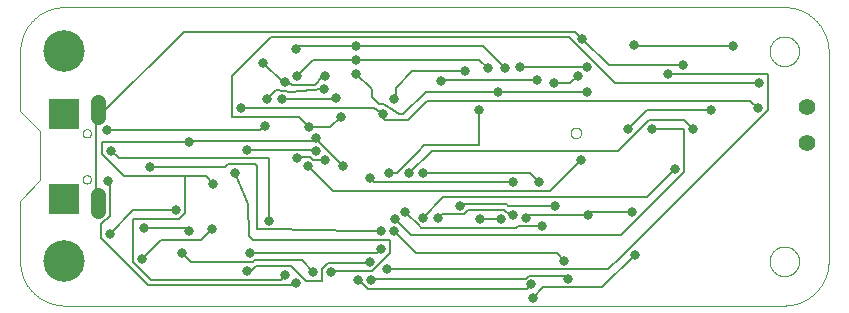
<source format=gbl>
G75*
%MOIN*%
%OFA0B0*%
%FSLAX25Y25*%
%IPPOS*%
%LPD*%
%AMOC8*
5,1,8,0,0,1.08239X$1,22.5*
%
%ADD10C,0.00000*%
%ADD11C,0.13843*%
%ADD12R,0.09843X0.09843*%
%ADD13C,0.05150*%
%ADD14C,0.05543*%
%ADD15C,0.00800*%
%ADD16C,0.03150*%
%ADD17C,0.00600*%
D10*
X0059095Y0057209D02*
X0299095Y0057209D01*
X0299451Y0057213D01*
X0299806Y0057226D01*
X0300162Y0057248D01*
X0300516Y0057278D01*
X0300870Y0057316D01*
X0301222Y0057364D01*
X0301574Y0057419D01*
X0301924Y0057483D01*
X0302272Y0057556D01*
X0302619Y0057637D01*
X0302963Y0057726D01*
X0303305Y0057824D01*
X0303645Y0057930D01*
X0303982Y0058044D01*
X0304316Y0058166D01*
X0304647Y0058296D01*
X0304975Y0058434D01*
X0305300Y0058580D01*
X0305621Y0058734D01*
X0305938Y0058896D01*
X0306251Y0059065D01*
X0306559Y0059241D01*
X0306864Y0059425D01*
X0307164Y0059617D01*
X0307459Y0059815D01*
X0307750Y0060021D01*
X0308035Y0060234D01*
X0308315Y0060453D01*
X0308590Y0060679D01*
X0308859Y0060912D01*
X0309122Y0061151D01*
X0309380Y0061397D01*
X0309631Y0061648D01*
X0309877Y0061906D01*
X0310116Y0062169D01*
X0310349Y0062438D01*
X0310575Y0062713D01*
X0310794Y0062993D01*
X0311007Y0063278D01*
X0311213Y0063569D01*
X0311411Y0063864D01*
X0311603Y0064164D01*
X0311787Y0064469D01*
X0311963Y0064777D01*
X0312132Y0065090D01*
X0312294Y0065407D01*
X0312448Y0065728D01*
X0312594Y0066053D01*
X0312732Y0066381D01*
X0312862Y0066712D01*
X0312984Y0067046D01*
X0313098Y0067383D01*
X0313204Y0067723D01*
X0313302Y0068065D01*
X0313391Y0068409D01*
X0313472Y0068756D01*
X0313545Y0069104D01*
X0313609Y0069454D01*
X0313664Y0069806D01*
X0313712Y0070158D01*
X0313750Y0070512D01*
X0313780Y0070866D01*
X0313802Y0071222D01*
X0313815Y0071577D01*
X0313819Y0071933D01*
X0313820Y0071933D02*
X0313820Y0141933D01*
X0313819Y0141933D02*
X0313815Y0142289D01*
X0313802Y0142644D01*
X0313780Y0143000D01*
X0313750Y0143354D01*
X0313712Y0143708D01*
X0313664Y0144060D01*
X0313609Y0144412D01*
X0313545Y0144762D01*
X0313472Y0145110D01*
X0313391Y0145457D01*
X0313302Y0145801D01*
X0313204Y0146143D01*
X0313098Y0146483D01*
X0312984Y0146820D01*
X0312862Y0147154D01*
X0312732Y0147485D01*
X0312594Y0147813D01*
X0312448Y0148138D01*
X0312294Y0148459D01*
X0312132Y0148776D01*
X0311963Y0149089D01*
X0311787Y0149397D01*
X0311603Y0149702D01*
X0311411Y0150002D01*
X0311213Y0150297D01*
X0311007Y0150588D01*
X0310794Y0150873D01*
X0310575Y0151153D01*
X0310349Y0151428D01*
X0310116Y0151697D01*
X0309877Y0151960D01*
X0309631Y0152218D01*
X0309380Y0152469D01*
X0309122Y0152715D01*
X0308859Y0152954D01*
X0308590Y0153187D01*
X0308315Y0153413D01*
X0308035Y0153632D01*
X0307750Y0153845D01*
X0307459Y0154051D01*
X0307164Y0154249D01*
X0306864Y0154441D01*
X0306559Y0154625D01*
X0306251Y0154801D01*
X0305938Y0154970D01*
X0305621Y0155132D01*
X0305300Y0155286D01*
X0304975Y0155432D01*
X0304647Y0155570D01*
X0304316Y0155700D01*
X0303982Y0155822D01*
X0303645Y0155936D01*
X0303305Y0156042D01*
X0302963Y0156140D01*
X0302619Y0156229D01*
X0302272Y0156310D01*
X0301924Y0156383D01*
X0301574Y0156447D01*
X0301222Y0156502D01*
X0300870Y0156550D01*
X0300516Y0156588D01*
X0300162Y0156618D01*
X0299806Y0156640D01*
X0299451Y0156653D01*
X0299095Y0156657D01*
X0059095Y0156657D01*
X0058739Y0156653D01*
X0058384Y0156640D01*
X0058028Y0156618D01*
X0057674Y0156588D01*
X0057320Y0156550D01*
X0056968Y0156502D01*
X0056616Y0156447D01*
X0056266Y0156383D01*
X0055918Y0156310D01*
X0055571Y0156229D01*
X0055227Y0156140D01*
X0054885Y0156042D01*
X0054545Y0155936D01*
X0054208Y0155822D01*
X0053874Y0155700D01*
X0053543Y0155570D01*
X0053215Y0155432D01*
X0052890Y0155286D01*
X0052569Y0155132D01*
X0052252Y0154970D01*
X0051939Y0154801D01*
X0051631Y0154625D01*
X0051326Y0154441D01*
X0051026Y0154249D01*
X0050731Y0154051D01*
X0050440Y0153845D01*
X0050155Y0153632D01*
X0049875Y0153413D01*
X0049600Y0153187D01*
X0049331Y0152954D01*
X0049068Y0152715D01*
X0048810Y0152469D01*
X0048559Y0152218D01*
X0048313Y0151960D01*
X0048074Y0151697D01*
X0047841Y0151428D01*
X0047615Y0151153D01*
X0047396Y0150873D01*
X0047183Y0150588D01*
X0046977Y0150297D01*
X0046779Y0150002D01*
X0046587Y0149702D01*
X0046403Y0149397D01*
X0046227Y0149089D01*
X0046058Y0148776D01*
X0045896Y0148459D01*
X0045742Y0148138D01*
X0045596Y0147813D01*
X0045458Y0147485D01*
X0045328Y0147154D01*
X0045206Y0146820D01*
X0045092Y0146483D01*
X0044986Y0146143D01*
X0044888Y0145801D01*
X0044799Y0145457D01*
X0044718Y0145110D01*
X0044645Y0144762D01*
X0044581Y0144412D01*
X0044526Y0144060D01*
X0044478Y0143708D01*
X0044440Y0143354D01*
X0044410Y0143000D01*
X0044388Y0142644D01*
X0044375Y0142289D01*
X0044371Y0141933D01*
X0044371Y0122157D01*
X0051095Y0115433D01*
X0051095Y0098933D01*
X0044371Y0092209D01*
X0044371Y0071933D01*
X0044375Y0071577D01*
X0044388Y0071222D01*
X0044410Y0070866D01*
X0044440Y0070512D01*
X0044478Y0070158D01*
X0044526Y0069806D01*
X0044581Y0069454D01*
X0044645Y0069104D01*
X0044718Y0068756D01*
X0044799Y0068409D01*
X0044888Y0068065D01*
X0044986Y0067723D01*
X0045092Y0067383D01*
X0045206Y0067046D01*
X0045328Y0066712D01*
X0045458Y0066381D01*
X0045596Y0066053D01*
X0045742Y0065728D01*
X0045896Y0065407D01*
X0046058Y0065090D01*
X0046227Y0064777D01*
X0046403Y0064469D01*
X0046587Y0064164D01*
X0046779Y0063864D01*
X0046977Y0063569D01*
X0047183Y0063278D01*
X0047396Y0062993D01*
X0047615Y0062713D01*
X0047841Y0062438D01*
X0048074Y0062169D01*
X0048313Y0061906D01*
X0048559Y0061648D01*
X0048810Y0061397D01*
X0049068Y0061151D01*
X0049331Y0060912D01*
X0049600Y0060679D01*
X0049875Y0060453D01*
X0050155Y0060234D01*
X0050440Y0060021D01*
X0050731Y0059815D01*
X0051026Y0059617D01*
X0051326Y0059425D01*
X0051631Y0059241D01*
X0051939Y0059065D01*
X0052252Y0058896D01*
X0052569Y0058734D01*
X0052890Y0058580D01*
X0053215Y0058434D01*
X0053543Y0058296D01*
X0053874Y0058166D01*
X0054208Y0058044D01*
X0054545Y0057930D01*
X0054885Y0057824D01*
X0055227Y0057726D01*
X0055571Y0057637D01*
X0055918Y0057556D01*
X0056266Y0057483D01*
X0056616Y0057419D01*
X0056968Y0057364D01*
X0057320Y0057316D01*
X0057674Y0057278D01*
X0058028Y0057248D01*
X0058384Y0057226D01*
X0058739Y0057213D01*
X0059095Y0057209D01*
X0057934Y0090988D02*
X0060296Y0090988D01*
X0060373Y0091000D01*
X0060449Y0091015D01*
X0060525Y0091034D01*
X0060599Y0091057D01*
X0060673Y0091083D01*
X0060744Y0091113D01*
X0060815Y0091147D01*
X0060883Y0091183D01*
X0060950Y0091224D01*
X0061015Y0091267D01*
X0061077Y0091313D01*
X0061138Y0091363D01*
X0061195Y0091415D01*
X0061250Y0091471D01*
X0061302Y0091528D01*
X0061352Y0091589D01*
X0061398Y0091651D01*
X0061441Y0091716D01*
X0061481Y0091783D01*
X0061518Y0091852D01*
X0061551Y0091922D01*
X0061581Y0091994D01*
X0061607Y0092068D01*
X0061629Y0092142D01*
X0061648Y0092218D01*
X0061663Y0092294D01*
X0061674Y0092371D01*
X0061682Y0092449D01*
X0061686Y0092527D01*
X0061685Y0092605D01*
X0061682Y0092682D01*
X0061674Y0092760D01*
X0061682Y0092838D01*
X0061685Y0092915D01*
X0061686Y0092993D01*
X0061682Y0093071D01*
X0061674Y0093149D01*
X0061663Y0093226D01*
X0061648Y0093302D01*
X0061629Y0093378D01*
X0061607Y0093452D01*
X0061581Y0093526D01*
X0061551Y0093598D01*
X0061518Y0093668D01*
X0061481Y0093737D01*
X0061441Y0093804D01*
X0061398Y0093869D01*
X0061352Y0093931D01*
X0061302Y0093992D01*
X0061250Y0094049D01*
X0061195Y0094105D01*
X0061138Y0094157D01*
X0061077Y0094207D01*
X0061015Y0094253D01*
X0060950Y0094296D01*
X0060883Y0094337D01*
X0060815Y0094373D01*
X0060744Y0094407D01*
X0060673Y0094437D01*
X0060599Y0094463D01*
X0060525Y0094486D01*
X0060449Y0094505D01*
X0060373Y0094520D01*
X0060296Y0094532D01*
X0060296Y0094531D02*
X0057934Y0094531D01*
X0057934Y0094532D02*
X0057857Y0094520D01*
X0057781Y0094505D01*
X0057705Y0094486D01*
X0057631Y0094463D01*
X0057557Y0094437D01*
X0057486Y0094407D01*
X0057415Y0094373D01*
X0057347Y0094337D01*
X0057280Y0094296D01*
X0057215Y0094253D01*
X0057153Y0094207D01*
X0057092Y0094157D01*
X0057035Y0094105D01*
X0056980Y0094049D01*
X0056928Y0093992D01*
X0056878Y0093931D01*
X0056832Y0093869D01*
X0056789Y0093804D01*
X0056749Y0093737D01*
X0056712Y0093668D01*
X0056679Y0093598D01*
X0056649Y0093526D01*
X0056623Y0093452D01*
X0056601Y0093378D01*
X0056582Y0093302D01*
X0056567Y0093226D01*
X0056556Y0093149D01*
X0056548Y0093071D01*
X0056544Y0092993D01*
X0056545Y0092915D01*
X0056548Y0092838D01*
X0056556Y0092760D01*
X0056548Y0092682D01*
X0056545Y0092605D01*
X0056544Y0092527D01*
X0056548Y0092449D01*
X0056556Y0092371D01*
X0056567Y0092294D01*
X0056582Y0092218D01*
X0056601Y0092142D01*
X0056623Y0092068D01*
X0056649Y0091994D01*
X0056679Y0091922D01*
X0056712Y0091852D01*
X0056749Y0091783D01*
X0056789Y0091716D01*
X0056832Y0091651D01*
X0056878Y0091589D01*
X0056928Y0091528D01*
X0056980Y0091471D01*
X0057035Y0091415D01*
X0057092Y0091363D01*
X0057153Y0091313D01*
X0057215Y0091267D01*
X0057280Y0091224D01*
X0057347Y0091183D01*
X0057415Y0091147D01*
X0057486Y0091113D01*
X0057557Y0091083D01*
X0057631Y0091057D01*
X0057705Y0091034D01*
X0057781Y0091015D01*
X0057857Y0091000D01*
X0057934Y0090988D01*
X0065217Y0099256D02*
X0065219Y0099330D01*
X0065225Y0099404D01*
X0065235Y0099477D01*
X0065249Y0099550D01*
X0065266Y0099622D01*
X0065288Y0099692D01*
X0065313Y0099762D01*
X0065342Y0099830D01*
X0065375Y0099896D01*
X0065411Y0099961D01*
X0065451Y0100023D01*
X0065493Y0100084D01*
X0065539Y0100142D01*
X0065588Y0100197D01*
X0065640Y0100250D01*
X0065695Y0100300D01*
X0065752Y0100346D01*
X0065812Y0100390D01*
X0065874Y0100430D01*
X0065938Y0100467D01*
X0066004Y0100501D01*
X0066072Y0100531D01*
X0066141Y0100557D01*
X0066212Y0100580D01*
X0066283Y0100598D01*
X0066356Y0100613D01*
X0066429Y0100624D01*
X0066503Y0100631D01*
X0066577Y0100634D01*
X0066650Y0100633D01*
X0066724Y0100628D01*
X0066798Y0100619D01*
X0066871Y0100606D01*
X0066943Y0100589D01*
X0067014Y0100569D01*
X0067084Y0100544D01*
X0067152Y0100516D01*
X0067219Y0100485D01*
X0067284Y0100449D01*
X0067347Y0100411D01*
X0067408Y0100369D01*
X0067467Y0100323D01*
X0067523Y0100275D01*
X0067576Y0100224D01*
X0067626Y0100170D01*
X0067674Y0100113D01*
X0067718Y0100054D01*
X0067760Y0099992D01*
X0067798Y0099929D01*
X0067832Y0099863D01*
X0067863Y0099796D01*
X0067890Y0099727D01*
X0067913Y0099657D01*
X0067933Y0099586D01*
X0067949Y0099513D01*
X0067961Y0099440D01*
X0067969Y0099367D01*
X0067973Y0099293D01*
X0067973Y0099219D01*
X0067969Y0099145D01*
X0067961Y0099072D01*
X0067949Y0098999D01*
X0067933Y0098926D01*
X0067913Y0098855D01*
X0067890Y0098785D01*
X0067863Y0098716D01*
X0067832Y0098649D01*
X0067798Y0098583D01*
X0067760Y0098520D01*
X0067718Y0098458D01*
X0067674Y0098399D01*
X0067626Y0098342D01*
X0067576Y0098288D01*
X0067523Y0098237D01*
X0067467Y0098189D01*
X0067408Y0098143D01*
X0067347Y0098101D01*
X0067284Y0098063D01*
X0067219Y0098027D01*
X0067152Y0097996D01*
X0067084Y0097968D01*
X0067014Y0097943D01*
X0066943Y0097923D01*
X0066871Y0097906D01*
X0066798Y0097893D01*
X0066724Y0097884D01*
X0066650Y0097879D01*
X0066577Y0097878D01*
X0066503Y0097881D01*
X0066429Y0097888D01*
X0066356Y0097899D01*
X0066283Y0097914D01*
X0066212Y0097932D01*
X0066141Y0097955D01*
X0066072Y0097981D01*
X0066004Y0098011D01*
X0065938Y0098045D01*
X0065874Y0098082D01*
X0065812Y0098122D01*
X0065752Y0098166D01*
X0065695Y0098212D01*
X0065640Y0098262D01*
X0065588Y0098315D01*
X0065539Y0098370D01*
X0065493Y0098428D01*
X0065451Y0098489D01*
X0065411Y0098551D01*
X0065375Y0098616D01*
X0065342Y0098682D01*
X0065313Y0098750D01*
X0065288Y0098820D01*
X0065266Y0098890D01*
X0065249Y0098962D01*
X0065235Y0099035D01*
X0065225Y0099108D01*
X0065219Y0099182D01*
X0065217Y0099256D01*
X0065217Y0114610D02*
X0065219Y0114684D01*
X0065225Y0114758D01*
X0065235Y0114831D01*
X0065249Y0114904D01*
X0065266Y0114976D01*
X0065288Y0115046D01*
X0065313Y0115116D01*
X0065342Y0115184D01*
X0065375Y0115250D01*
X0065411Y0115315D01*
X0065451Y0115377D01*
X0065493Y0115438D01*
X0065539Y0115496D01*
X0065588Y0115551D01*
X0065640Y0115604D01*
X0065695Y0115654D01*
X0065752Y0115700D01*
X0065812Y0115744D01*
X0065874Y0115784D01*
X0065938Y0115821D01*
X0066004Y0115855D01*
X0066072Y0115885D01*
X0066141Y0115911D01*
X0066212Y0115934D01*
X0066283Y0115952D01*
X0066356Y0115967D01*
X0066429Y0115978D01*
X0066503Y0115985D01*
X0066577Y0115988D01*
X0066650Y0115987D01*
X0066724Y0115982D01*
X0066798Y0115973D01*
X0066871Y0115960D01*
X0066943Y0115943D01*
X0067014Y0115923D01*
X0067084Y0115898D01*
X0067152Y0115870D01*
X0067219Y0115839D01*
X0067284Y0115803D01*
X0067347Y0115765D01*
X0067408Y0115723D01*
X0067467Y0115677D01*
X0067523Y0115629D01*
X0067576Y0115578D01*
X0067626Y0115524D01*
X0067674Y0115467D01*
X0067718Y0115408D01*
X0067760Y0115346D01*
X0067798Y0115283D01*
X0067832Y0115217D01*
X0067863Y0115150D01*
X0067890Y0115081D01*
X0067913Y0115011D01*
X0067933Y0114940D01*
X0067949Y0114867D01*
X0067961Y0114794D01*
X0067969Y0114721D01*
X0067973Y0114647D01*
X0067973Y0114573D01*
X0067969Y0114499D01*
X0067961Y0114426D01*
X0067949Y0114353D01*
X0067933Y0114280D01*
X0067913Y0114209D01*
X0067890Y0114139D01*
X0067863Y0114070D01*
X0067832Y0114003D01*
X0067798Y0113937D01*
X0067760Y0113874D01*
X0067718Y0113812D01*
X0067674Y0113753D01*
X0067626Y0113696D01*
X0067576Y0113642D01*
X0067523Y0113591D01*
X0067467Y0113543D01*
X0067408Y0113497D01*
X0067347Y0113455D01*
X0067284Y0113417D01*
X0067219Y0113381D01*
X0067152Y0113350D01*
X0067084Y0113322D01*
X0067014Y0113297D01*
X0066943Y0113277D01*
X0066871Y0113260D01*
X0066798Y0113247D01*
X0066724Y0113238D01*
X0066650Y0113233D01*
X0066577Y0113232D01*
X0066503Y0113235D01*
X0066429Y0113242D01*
X0066356Y0113253D01*
X0066283Y0113268D01*
X0066212Y0113286D01*
X0066141Y0113309D01*
X0066072Y0113335D01*
X0066004Y0113365D01*
X0065938Y0113399D01*
X0065874Y0113436D01*
X0065812Y0113476D01*
X0065752Y0113520D01*
X0065695Y0113566D01*
X0065640Y0113616D01*
X0065588Y0113669D01*
X0065539Y0113724D01*
X0065493Y0113782D01*
X0065451Y0113843D01*
X0065411Y0113905D01*
X0065375Y0113970D01*
X0065342Y0114036D01*
X0065313Y0114104D01*
X0065288Y0114174D01*
X0065266Y0114244D01*
X0065249Y0114316D01*
X0065235Y0114389D01*
X0065225Y0114462D01*
X0065219Y0114536D01*
X0065217Y0114610D01*
X0060296Y0119335D02*
X0058131Y0119335D01*
X0058130Y0119334D02*
X0058056Y0119331D01*
X0057981Y0119332D01*
X0057906Y0119336D01*
X0057831Y0119345D01*
X0057757Y0119357D01*
X0057684Y0119373D01*
X0057611Y0119392D01*
X0057540Y0119415D01*
X0057470Y0119442D01*
X0057401Y0119472D01*
X0057334Y0119506D01*
X0057269Y0119543D01*
X0057206Y0119583D01*
X0057145Y0119626D01*
X0057086Y0119673D01*
X0057030Y0119722D01*
X0056976Y0119774D01*
X0056925Y0119829D01*
X0056876Y0119887D01*
X0056831Y0119946D01*
X0056789Y0120008D01*
X0056750Y0120072D01*
X0056714Y0120138D01*
X0056681Y0120206D01*
X0056652Y0120275D01*
X0056627Y0120346D01*
X0056605Y0120417D01*
X0056587Y0120490D01*
X0056573Y0120564D01*
X0056562Y0120638D01*
X0056555Y0120713D01*
X0056556Y0120713D02*
X0056556Y0121500D01*
X0056555Y0121500D02*
X0056562Y0121575D01*
X0056573Y0121649D01*
X0056587Y0121723D01*
X0056605Y0121796D01*
X0056627Y0121867D01*
X0056652Y0121938D01*
X0056681Y0122007D01*
X0056714Y0122075D01*
X0056750Y0122141D01*
X0056789Y0122205D01*
X0056831Y0122267D01*
X0056876Y0122326D01*
X0056925Y0122384D01*
X0056976Y0122439D01*
X0057030Y0122491D01*
X0057086Y0122540D01*
X0057145Y0122587D01*
X0057206Y0122630D01*
X0057269Y0122670D01*
X0057334Y0122707D01*
X0057401Y0122741D01*
X0057470Y0122771D01*
X0057540Y0122798D01*
X0057611Y0122821D01*
X0057684Y0122840D01*
X0057757Y0122856D01*
X0057831Y0122868D01*
X0057906Y0122877D01*
X0057981Y0122881D01*
X0058056Y0122882D01*
X0058130Y0122879D01*
X0058131Y0122878D02*
X0060296Y0122878D01*
X0060368Y0122876D01*
X0060440Y0122870D01*
X0060512Y0122861D01*
X0060583Y0122848D01*
X0060653Y0122831D01*
X0060722Y0122811D01*
X0060790Y0122786D01*
X0060856Y0122759D01*
X0060922Y0122728D01*
X0060985Y0122693D01*
X0061047Y0122656D01*
X0061106Y0122615D01*
X0061163Y0122571D01*
X0061218Y0122524D01*
X0061270Y0122474D01*
X0061320Y0122422D01*
X0061367Y0122367D01*
X0061411Y0122310D01*
X0061452Y0122251D01*
X0061489Y0122189D01*
X0061524Y0122126D01*
X0061555Y0122060D01*
X0061582Y0121994D01*
X0061607Y0121926D01*
X0061627Y0121857D01*
X0061644Y0121787D01*
X0061657Y0121716D01*
X0061666Y0121644D01*
X0061672Y0121572D01*
X0061674Y0121500D01*
X0061674Y0120713D01*
X0061672Y0120641D01*
X0061666Y0120569D01*
X0061657Y0120497D01*
X0061644Y0120426D01*
X0061627Y0120356D01*
X0061607Y0120287D01*
X0061582Y0120219D01*
X0061555Y0120153D01*
X0061524Y0120087D01*
X0061489Y0120024D01*
X0061452Y0119962D01*
X0061411Y0119903D01*
X0061367Y0119846D01*
X0061320Y0119791D01*
X0061270Y0119739D01*
X0061218Y0119689D01*
X0061163Y0119642D01*
X0061106Y0119598D01*
X0061047Y0119557D01*
X0060985Y0119520D01*
X0060922Y0119485D01*
X0060856Y0119454D01*
X0060790Y0119427D01*
X0060722Y0119402D01*
X0060653Y0119382D01*
X0060583Y0119365D01*
X0060512Y0119352D01*
X0060440Y0119343D01*
X0060368Y0119337D01*
X0060296Y0119335D01*
X0227843Y0114772D02*
X0227845Y0114856D01*
X0227851Y0114939D01*
X0227861Y0115022D01*
X0227875Y0115105D01*
X0227892Y0115187D01*
X0227914Y0115268D01*
X0227939Y0115347D01*
X0227968Y0115426D01*
X0228001Y0115503D01*
X0228037Y0115578D01*
X0228077Y0115652D01*
X0228120Y0115724D01*
X0228167Y0115793D01*
X0228217Y0115860D01*
X0228270Y0115925D01*
X0228326Y0115987D01*
X0228384Y0116047D01*
X0228446Y0116104D01*
X0228510Y0116157D01*
X0228577Y0116208D01*
X0228646Y0116255D01*
X0228717Y0116300D01*
X0228790Y0116340D01*
X0228865Y0116377D01*
X0228942Y0116411D01*
X0229020Y0116441D01*
X0229099Y0116467D01*
X0229180Y0116490D01*
X0229262Y0116508D01*
X0229344Y0116523D01*
X0229427Y0116534D01*
X0229510Y0116541D01*
X0229594Y0116544D01*
X0229678Y0116543D01*
X0229761Y0116538D01*
X0229845Y0116529D01*
X0229927Y0116516D01*
X0230009Y0116500D01*
X0230090Y0116479D01*
X0230171Y0116455D01*
X0230249Y0116427D01*
X0230327Y0116395D01*
X0230403Y0116359D01*
X0230477Y0116320D01*
X0230549Y0116278D01*
X0230619Y0116232D01*
X0230687Y0116183D01*
X0230752Y0116131D01*
X0230815Y0116076D01*
X0230875Y0116018D01*
X0230933Y0115957D01*
X0230987Y0115893D01*
X0231039Y0115827D01*
X0231087Y0115759D01*
X0231132Y0115688D01*
X0231173Y0115615D01*
X0231212Y0115541D01*
X0231246Y0115465D01*
X0231277Y0115387D01*
X0231304Y0115308D01*
X0231328Y0115227D01*
X0231347Y0115146D01*
X0231363Y0115064D01*
X0231375Y0114981D01*
X0231383Y0114897D01*
X0231387Y0114814D01*
X0231387Y0114730D01*
X0231383Y0114647D01*
X0231375Y0114563D01*
X0231363Y0114480D01*
X0231347Y0114398D01*
X0231328Y0114317D01*
X0231304Y0114236D01*
X0231277Y0114157D01*
X0231246Y0114079D01*
X0231212Y0114003D01*
X0231173Y0113929D01*
X0231132Y0113856D01*
X0231087Y0113785D01*
X0231039Y0113717D01*
X0230987Y0113651D01*
X0230933Y0113587D01*
X0230875Y0113526D01*
X0230815Y0113468D01*
X0230752Y0113413D01*
X0230687Y0113361D01*
X0230619Y0113312D01*
X0230549Y0113266D01*
X0230477Y0113224D01*
X0230403Y0113185D01*
X0230327Y0113149D01*
X0230249Y0113117D01*
X0230171Y0113089D01*
X0230090Y0113065D01*
X0230009Y0113044D01*
X0229927Y0113028D01*
X0229845Y0113015D01*
X0229761Y0113006D01*
X0229678Y0113001D01*
X0229594Y0113000D01*
X0229510Y0113003D01*
X0229427Y0113010D01*
X0229344Y0113021D01*
X0229262Y0113036D01*
X0229180Y0113054D01*
X0229099Y0113077D01*
X0229020Y0113103D01*
X0228942Y0113133D01*
X0228865Y0113167D01*
X0228790Y0113204D01*
X0228717Y0113244D01*
X0228646Y0113289D01*
X0228577Y0113336D01*
X0228510Y0113387D01*
X0228446Y0113440D01*
X0228384Y0113497D01*
X0228326Y0113557D01*
X0228270Y0113619D01*
X0228217Y0113684D01*
X0228167Y0113751D01*
X0228120Y0113820D01*
X0228077Y0113892D01*
X0228037Y0113966D01*
X0228001Y0114041D01*
X0227968Y0114118D01*
X0227939Y0114197D01*
X0227914Y0114276D01*
X0227892Y0114357D01*
X0227875Y0114439D01*
X0227861Y0114522D01*
X0227851Y0114605D01*
X0227845Y0114688D01*
X0227843Y0114772D01*
X0294174Y0141933D02*
X0294176Y0142073D01*
X0294182Y0142213D01*
X0294192Y0142352D01*
X0294206Y0142491D01*
X0294224Y0142630D01*
X0294245Y0142768D01*
X0294271Y0142906D01*
X0294301Y0143043D01*
X0294334Y0143178D01*
X0294372Y0143313D01*
X0294413Y0143447D01*
X0294458Y0143580D01*
X0294506Y0143711D01*
X0294559Y0143840D01*
X0294615Y0143969D01*
X0294674Y0144095D01*
X0294738Y0144220D01*
X0294804Y0144343D01*
X0294875Y0144464D01*
X0294948Y0144583D01*
X0295025Y0144700D01*
X0295106Y0144814D01*
X0295189Y0144926D01*
X0295276Y0145036D01*
X0295366Y0145144D01*
X0295458Y0145248D01*
X0295554Y0145350D01*
X0295653Y0145450D01*
X0295754Y0145546D01*
X0295858Y0145640D01*
X0295965Y0145730D01*
X0296074Y0145817D01*
X0296186Y0145902D01*
X0296300Y0145983D01*
X0296416Y0146061D01*
X0296534Y0146135D01*
X0296655Y0146206D01*
X0296777Y0146274D01*
X0296902Y0146338D01*
X0297028Y0146399D01*
X0297155Y0146456D01*
X0297285Y0146509D01*
X0297416Y0146559D01*
X0297548Y0146604D01*
X0297681Y0146647D01*
X0297816Y0146685D01*
X0297951Y0146719D01*
X0298088Y0146750D01*
X0298225Y0146777D01*
X0298363Y0146799D01*
X0298502Y0146818D01*
X0298641Y0146833D01*
X0298780Y0146844D01*
X0298920Y0146851D01*
X0299060Y0146854D01*
X0299200Y0146853D01*
X0299340Y0146848D01*
X0299479Y0146839D01*
X0299619Y0146826D01*
X0299758Y0146809D01*
X0299896Y0146788D01*
X0300034Y0146764D01*
X0300171Y0146735D01*
X0300307Y0146703D01*
X0300442Y0146666D01*
X0300576Y0146626D01*
X0300709Y0146582D01*
X0300840Y0146534D01*
X0300970Y0146483D01*
X0301099Y0146428D01*
X0301226Y0146369D01*
X0301351Y0146306D01*
X0301474Y0146241D01*
X0301596Y0146171D01*
X0301715Y0146098D01*
X0301833Y0146022D01*
X0301948Y0145943D01*
X0302061Y0145860D01*
X0302171Y0145774D01*
X0302279Y0145685D01*
X0302384Y0145593D01*
X0302487Y0145498D01*
X0302587Y0145400D01*
X0302684Y0145300D01*
X0302778Y0145196D01*
X0302870Y0145090D01*
X0302958Y0144982D01*
X0303043Y0144871D01*
X0303125Y0144757D01*
X0303204Y0144641D01*
X0303279Y0144524D01*
X0303351Y0144404D01*
X0303419Y0144282D01*
X0303484Y0144158D01*
X0303546Y0144032D01*
X0303604Y0143905D01*
X0303658Y0143776D01*
X0303709Y0143645D01*
X0303755Y0143513D01*
X0303798Y0143380D01*
X0303838Y0143246D01*
X0303873Y0143111D01*
X0303905Y0142974D01*
X0303932Y0142837D01*
X0303956Y0142699D01*
X0303976Y0142561D01*
X0303992Y0142422D01*
X0304004Y0142282D01*
X0304012Y0142143D01*
X0304016Y0142003D01*
X0304016Y0141863D01*
X0304012Y0141723D01*
X0304004Y0141584D01*
X0303992Y0141444D01*
X0303976Y0141305D01*
X0303956Y0141167D01*
X0303932Y0141029D01*
X0303905Y0140892D01*
X0303873Y0140755D01*
X0303838Y0140620D01*
X0303798Y0140486D01*
X0303755Y0140353D01*
X0303709Y0140221D01*
X0303658Y0140090D01*
X0303604Y0139961D01*
X0303546Y0139834D01*
X0303484Y0139708D01*
X0303419Y0139584D01*
X0303351Y0139462D01*
X0303279Y0139342D01*
X0303204Y0139225D01*
X0303125Y0139109D01*
X0303043Y0138995D01*
X0302958Y0138884D01*
X0302870Y0138776D01*
X0302778Y0138670D01*
X0302684Y0138566D01*
X0302587Y0138466D01*
X0302487Y0138368D01*
X0302384Y0138273D01*
X0302279Y0138181D01*
X0302171Y0138092D01*
X0302061Y0138006D01*
X0301948Y0137923D01*
X0301833Y0137844D01*
X0301715Y0137768D01*
X0301596Y0137695D01*
X0301474Y0137625D01*
X0301351Y0137560D01*
X0301226Y0137497D01*
X0301099Y0137438D01*
X0300970Y0137383D01*
X0300840Y0137332D01*
X0300709Y0137284D01*
X0300576Y0137240D01*
X0300442Y0137200D01*
X0300307Y0137163D01*
X0300171Y0137131D01*
X0300034Y0137102D01*
X0299896Y0137078D01*
X0299758Y0137057D01*
X0299619Y0137040D01*
X0299479Y0137027D01*
X0299340Y0137018D01*
X0299200Y0137013D01*
X0299060Y0137012D01*
X0298920Y0137015D01*
X0298780Y0137022D01*
X0298641Y0137033D01*
X0298502Y0137048D01*
X0298363Y0137067D01*
X0298225Y0137089D01*
X0298088Y0137116D01*
X0297951Y0137147D01*
X0297816Y0137181D01*
X0297681Y0137219D01*
X0297548Y0137262D01*
X0297416Y0137307D01*
X0297285Y0137357D01*
X0297155Y0137410D01*
X0297028Y0137467D01*
X0296902Y0137528D01*
X0296777Y0137592D01*
X0296655Y0137660D01*
X0296534Y0137731D01*
X0296416Y0137805D01*
X0296300Y0137883D01*
X0296186Y0137964D01*
X0296074Y0138049D01*
X0295965Y0138136D01*
X0295858Y0138226D01*
X0295754Y0138320D01*
X0295653Y0138416D01*
X0295554Y0138516D01*
X0295458Y0138618D01*
X0295366Y0138722D01*
X0295276Y0138830D01*
X0295189Y0138940D01*
X0295106Y0139052D01*
X0295025Y0139166D01*
X0294948Y0139283D01*
X0294875Y0139402D01*
X0294804Y0139523D01*
X0294738Y0139646D01*
X0294674Y0139771D01*
X0294615Y0139897D01*
X0294559Y0140026D01*
X0294506Y0140155D01*
X0294458Y0140286D01*
X0294413Y0140419D01*
X0294372Y0140553D01*
X0294334Y0140688D01*
X0294301Y0140823D01*
X0294271Y0140960D01*
X0294245Y0141098D01*
X0294224Y0141236D01*
X0294206Y0141375D01*
X0294192Y0141514D01*
X0294182Y0141653D01*
X0294176Y0141793D01*
X0294174Y0141933D01*
X0294174Y0071933D02*
X0294176Y0072073D01*
X0294182Y0072213D01*
X0294192Y0072352D01*
X0294206Y0072491D01*
X0294224Y0072630D01*
X0294245Y0072768D01*
X0294271Y0072906D01*
X0294301Y0073043D01*
X0294334Y0073178D01*
X0294372Y0073313D01*
X0294413Y0073447D01*
X0294458Y0073580D01*
X0294506Y0073711D01*
X0294559Y0073840D01*
X0294615Y0073969D01*
X0294674Y0074095D01*
X0294738Y0074220D01*
X0294804Y0074343D01*
X0294875Y0074464D01*
X0294948Y0074583D01*
X0295025Y0074700D01*
X0295106Y0074814D01*
X0295189Y0074926D01*
X0295276Y0075036D01*
X0295366Y0075144D01*
X0295458Y0075248D01*
X0295554Y0075350D01*
X0295653Y0075450D01*
X0295754Y0075546D01*
X0295858Y0075640D01*
X0295965Y0075730D01*
X0296074Y0075817D01*
X0296186Y0075902D01*
X0296300Y0075983D01*
X0296416Y0076061D01*
X0296534Y0076135D01*
X0296655Y0076206D01*
X0296777Y0076274D01*
X0296902Y0076338D01*
X0297028Y0076399D01*
X0297155Y0076456D01*
X0297285Y0076509D01*
X0297416Y0076559D01*
X0297548Y0076604D01*
X0297681Y0076647D01*
X0297816Y0076685D01*
X0297951Y0076719D01*
X0298088Y0076750D01*
X0298225Y0076777D01*
X0298363Y0076799D01*
X0298502Y0076818D01*
X0298641Y0076833D01*
X0298780Y0076844D01*
X0298920Y0076851D01*
X0299060Y0076854D01*
X0299200Y0076853D01*
X0299340Y0076848D01*
X0299479Y0076839D01*
X0299619Y0076826D01*
X0299758Y0076809D01*
X0299896Y0076788D01*
X0300034Y0076764D01*
X0300171Y0076735D01*
X0300307Y0076703D01*
X0300442Y0076666D01*
X0300576Y0076626D01*
X0300709Y0076582D01*
X0300840Y0076534D01*
X0300970Y0076483D01*
X0301099Y0076428D01*
X0301226Y0076369D01*
X0301351Y0076306D01*
X0301474Y0076241D01*
X0301596Y0076171D01*
X0301715Y0076098D01*
X0301833Y0076022D01*
X0301948Y0075943D01*
X0302061Y0075860D01*
X0302171Y0075774D01*
X0302279Y0075685D01*
X0302384Y0075593D01*
X0302487Y0075498D01*
X0302587Y0075400D01*
X0302684Y0075300D01*
X0302778Y0075196D01*
X0302870Y0075090D01*
X0302958Y0074982D01*
X0303043Y0074871D01*
X0303125Y0074757D01*
X0303204Y0074641D01*
X0303279Y0074524D01*
X0303351Y0074404D01*
X0303419Y0074282D01*
X0303484Y0074158D01*
X0303546Y0074032D01*
X0303604Y0073905D01*
X0303658Y0073776D01*
X0303709Y0073645D01*
X0303755Y0073513D01*
X0303798Y0073380D01*
X0303838Y0073246D01*
X0303873Y0073111D01*
X0303905Y0072974D01*
X0303932Y0072837D01*
X0303956Y0072699D01*
X0303976Y0072561D01*
X0303992Y0072422D01*
X0304004Y0072282D01*
X0304012Y0072143D01*
X0304016Y0072003D01*
X0304016Y0071863D01*
X0304012Y0071723D01*
X0304004Y0071584D01*
X0303992Y0071444D01*
X0303976Y0071305D01*
X0303956Y0071167D01*
X0303932Y0071029D01*
X0303905Y0070892D01*
X0303873Y0070755D01*
X0303838Y0070620D01*
X0303798Y0070486D01*
X0303755Y0070353D01*
X0303709Y0070221D01*
X0303658Y0070090D01*
X0303604Y0069961D01*
X0303546Y0069834D01*
X0303484Y0069708D01*
X0303419Y0069584D01*
X0303351Y0069462D01*
X0303279Y0069342D01*
X0303204Y0069225D01*
X0303125Y0069109D01*
X0303043Y0068995D01*
X0302958Y0068884D01*
X0302870Y0068776D01*
X0302778Y0068670D01*
X0302684Y0068566D01*
X0302587Y0068466D01*
X0302487Y0068368D01*
X0302384Y0068273D01*
X0302279Y0068181D01*
X0302171Y0068092D01*
X0302061Y0068006D01*
X0301948Y0067923D01*
X0301833Y0067844D01*
X0301715Y0067768D01*
X0301596Y0067695D01*
X0301474Y0067625D01*
X0301351Y0067560D01*
X0301226Y0067497D01*
X0301099Y0067438D01*
X0300970Y0067383D01*
X0300840Y0067332D01*
X0300709Y0067284D01*
X0300576Y0067240D01*
X0300442Y0067200D01*
X0300307Y0067163D01*
X0300171Y0067131D01*
X0300034Y0067102D01*
X0299896Y0067078D01*
X0299758Y0067057D01*
X0299619Y0067040D01*
X0299479Y0067027D01*
X0299340Y0067018D01*
X0299200Y0067013D01*
X0299060Y0067012D01*
X0298920Y0067015D01*
X0298780Y0067022D01*
X0298641Y0067033D01*
X0298502Y0067048D01*
X0298363Y0067067D01*
X0298225Y0067089D01*
X0298088Y0067116D01*
X0297951Y0067147D01*
X0297816Y0067181D01*
X0297681Y0067219D01*
X0297548Y0067262D01*
X0297416Y0067307D01*
X0297285Y0067357D01*
X0297155Y0067410D01*
X0297028Y0067467D01*
X0296902Y0067528D01*
X0296777Y0067592D01*
X0296655Y0067660D01*
X0296534Y0067731D01*
X0296416Y0067805D01*
X0296300Y0067883D01*
X0296186Y0067964D01*
X0296074Y0068049D01*
X0295965Y0068136D01*
X0295858Y0068226D01*
X0295754Y0068320D01*
X0295653Y0068416D01*
X0295554Y0068516D01*
X0295458Y0068618D01*
X0295366Y0068722D01*
X0295276Y0068830D01*
X0295189Y0068940D01*
X0295106Y0069052D01*
X0295025Y0069166D01*
X0294948Y0069283D01*
X0294875Y0069402D01*
X0294804Y0069523D01*
X0294738Y0069646D01*
X0294674Y0069771D01*
X0294615Y0069897D01*
X0294559Y0070026D01*
X0294506Y0070155D01*
X0294458Y0070286D01*
X0294413Y0070419D01*
X0294372Y0070553D01*
X0294334Y0070688D01*
X0294301Y0070823D01*
X0294271Y0070960D01*
X0294245Y0071098D01*
X0294224Y0071236D01*
X0294206Y0071375D01*
X0294192Y0071514D01*
X0294182Y0071653D01*
X0294176Y0071793D01*
X0294174Y0071933D01*
D11*
X0059095Y0071933D03*
X0059095Y0141933D03*
D12*
X0059115Y0121106D03*
X0059115Y0092760D03*
D13*
X0070138Y0093941D02*
X0070138Y0088791D01*
X0070138Y0119925D02*
X0070138Y0125075D01*
D14*
X0306595Y0123339D03*
X0306595Y0111528D03*
D15*
X0293682Y0122465D02*
X0293682Y0134276D01*
X0260217Y0134276D01*
X0265138Y0137228D02*
X0240532Y0137228D01*
X0231674Y0146087D01*
X0229213Y0148547D01*
X0098800Y0148547D01*
X0070257Y0120004D01*
X0070138Y0119925D01*
X0069764Y0119512D01*
X0069764Y0094413D01*
X0070138Y0093941D01*
X0073701Y0098843D02*
X0074194Y0098843D01*
X0074194Y0087031D01*
X0071733Y0084571D01*
X0071241Y0084571D01*
X0071241Y0079650D01*
X0086989Y0063902D01*
X0135217Y0063902D01*
X0136201Y0064886D01*
X0139646Y0065378D02*
X0134725Y0070299D01*
X0122914Y0070299D01*
X0121438Y0068823D01*
X0119961Y0068823D01*
X0121930Y0071776D02*
X0101260Y0071776D01*
X0098308Y0074728D01*
X0104705Y0079157D02*
X0091418Y0079157D01*
X0085020Y0072760D01*
X0082068Y0071776D02*
X0082068Y0086047D01*
X0097323Y0086047D01*
X0099292Y0088016D01*
X0099292Y0100319D01*
X0106182Y0100319D01*
X0108642Y0097858D01*
X0115953Y0101319D02*
X0120453Y0090969D01*
X0120595Y0080433D01*
X0121871Y0079157D01*
X0167698Y0079157D01*
X0167698Y0074728D01*
X0161792Y0068823D01*
X0148505Y0068823D01*
X0148012Y0068331D01*
X0145060Y0069315D02*
X0145060Y0065378D01*
X0139646Y0065378D01*
X0142107Y0068331D02*
X0138170Y0072268D01*
X0122422Y0072268D01*
X0121930Y0071776D01*
X0120946Y0074728D02*
X0163268Y0074728D01*
X0164745Y0076205D01*
X0164745Y0082110D02*
X0160300Y0082055D01*
X0139095Y0082433D01*
X0131217Y0082555D01*
X0123327Y0082555D01*
X0123406Y0090476D01*
X0123406Y0103622D01*
X0122595Y0104433D01*
X0113595Y0104433D01*
X0112595Y0103433D01*
X0087481Y0103272D01*
X0079115Y0100319D02*
X0071733Y0107701D01*
X0071733Y0111638D01*
X0100768Y0111638D01*
X0101260Y0112130D01*
X0142107Y0112130D01*
X0143091Y0113114D01*
X0143091Y0112622D01*
X0151949Y0103764D01*
X0146044Y0105732D02*
X0142107Y0105732D01*
X0141123Y0106717D01*
X0137186Y0106717D01*
X0136694Y0106224D01*
X0140138Y0103764D02*
X0148505Y0095398D01*
X0220847Y0095398D01*
X0231182Y0105732D01*
X0243485Y0108685D02*
X0253820Y0119020D01*
X0265631Y0119020D01*
X0268583Y0116067D01*
X0265631Y0116067D02*
X0254804Y0116067D01*
X0253327Y0122465D02*
X0246930Y0116067D01*
X0243485Y0108685D02*
X0181477Y0108685D01*
X0174095Y0101303D01*
X0169965Y0101303D02*
X0167205Y0101303D01*
X0169965Y0101303D02*
X0177095Y0108433D01*
X0179056Y0110654D01*
X0197194Y0110654D01*
X0197178Y0111638D01*
X0197178Y0122465D01*
X0197201Y0122465D01*
X0203623Y0128370D02*
X0179595Y0128433D01*
X0172095Y0120933D01*
X0170595Y0120933D01*
X0167595Y0122933D01*
X0165158Y0124370D01*
X0164095Y0124433D01*
X0161784Y0126744D01*
X0161784Y0129370D01*
X0156379Y0134276D01*
X0156379Y0139197D02*
X0197225Y0139197D01*
X0200178Y0136244D01*
X0206083Y0136244D02*
X0198701Y0143626D01*
X0156379Y0143626D01*
X0137186Y0143626D01*
X0136201Y0142642D01*
X0142107Y0139197D02*
X0156379Y0139197D01*
X0146044Y0133831D02*
X0145095Y0133433D01*
X0142493Y0130831D01*
X0135217Y0130831D01*
X0132741Y0131854D01*
X0132241Y0131346D01*
X0125375Y0138213D01*
X0127835Y0146579D02*
X0115040Y0133783D01*
X0115040Y0120004D01*
X0137186Y0120004D01*
X0140631Y0116559D01*
X0147520Y0116559D01*
X0151465Y0120004D01*
X0162284Y0122957D02*
X0117993Y0122957D01*
X0126788Y0125909D02*
X0129780Y0128902D01*
X0134595Y0128433D01*
X0145064Y0129402D01*
X0145560Y0129402D01*
X0136694Y0133783D02*
X0142107Y0139197D01*
X0127835Y0146579D02*
X0227245Y0146579D01*
X0242501Y0131323D01*
X0290729Y0131323D01*
X0287776Y0125417D02*
X0180095Y0125433D01*
X0173595Y0118933D01*
X0166095Y0118933D01*
X0165245Y0119783D01*
X0165245Y0120417D01*
X0165253Y0120925D01*
X0162284Y0122957D01*
X0184595Y0131933D02*
X0185402Y0131933D01*
X0185902Y0132433D01*
X0185595Y0132433D01*
X0185902Y0132433D02*
X0216595Y0132433D01*
X0222323Y0131323D02*
X0227737Y0131323D01*
X0230198Y0133783D01*
X0233150Y0136736D02*
X0211005Y0136736D01*
X0203623Y0128370D02*
X0233150Y0128370D01*
X0253327Y0122465D02*
X0274489Y0122465D01*
X0265631Y0116067D02*
X0265631Y0101795D01*
X0244469Y0080634D01*
X0174587Y0080634D01*
X0169174Y0086047D01*
X0172619Y0088508D02*
X0177540Y0083587D01*
X0178095Y0082933D01*
X0209595Y0082933D01*
X0210249Y0083587D01*
X0218386Y0083587D01*
X0213800Y0087366D02*
X0233485Y0087366D01*
X0233642Y0087524D01*
X0234627Y0088508D01*
X0248406Y0088508D01*
X0253327Y0093429D02*
X0262678Y0102780D01*
X0253327Y0093429D02*
X0185414Y0093429D01*
X0178524Y0086539D01*
X0183595Y0086433D02*
X0184820Y0087658D01*
X0192245Y0087658D01*
X0193795Y0089208D01*
X0205745Y0089208D01*
X0207520Y0087433D01*
X0208595Y0087433D01*
X0207095Y0090433D02*
X0222595Y0090433D01*
X0213800Y0087366D02*
X0212816Y0086382D01*
X0207095Y0090433D02*
X0206595Y0090933D01*
X0192095Y0090933D01*
X0191595Y0090433D01*
X0191095Y0090433D01*
X0197595Y0085933D02*
X0204595Y0085933D01*
X0223150Y0074571D02*
X0176398Y0074571D01*
X0169016Y0081953D01*
X0160808Y0071776D02*
X0160316Y0071283D01*
X0147028Y0071283D01*
X0145060Y0069315D01*
X0156918Y0065870D02*
X0157205Y0065713D01*
X0160158Y0062760D01*
X0213308Y0062760D01*
X0214784Y0064236D01*
X0212816Y0066205D02*
X0213800Y0067189D01*
X0226103Y0067189D01*
X0227087Y0066205D01*
X0225611Y0072110D02*
X0223150Y0074571D01*
X0212816Y0066205D02*
X0161635Y0066205D01*
X0161142Y0065713D01*
X0166524Y0069252D02*
X0240414Y0069252D01*
X0244595Y0073433D01*
X0244469Y0073252D01*
X0293682Y0122465D01*
X0290237Y0122957D02*
X0287776Y0125417D01*
X0281871Y0143626D02*
X0249390Y0143626D01*
X0248898Y0144118D01*
X0214449Y0101303D02*
X0178524Y0101303D01*
X0162284Y0098350D02*
X0208583Y0098350D01*
X0214449Y0101303D02*
X0217402Y0098350D01*
X0249233Y0074079D02*
X0238406Y0063252D01*
X0218721Y0063252D01*
X0215276Y0059807D01*
X0162284Y0098350D02*
X0160808Y0099827D01*
X0143091Y0108685D02*
X0142599Y0109177D01*
X0119961Y0109177D01*
X0124390Y0115575D02*
X0073209Y0115575D01*
X0074686Y0108685D02*
X0077146Y0106224D01*
X0127312Y0106224D01*
X0127312Y0085508D01*
X0108150Y0082602D02*
X0104705Y0079157D01*
X0100768Y0082110D02*
X0099784Y0083094D01*
X0085512Y0083094D01*
X0082068Y0089000D02*
X0074194Y0081126D01*
X0082068Y0089000D02*
X0096339Y0089000D01*
X0099292Y0100319D02*
X0079115Y0100319D01*
X0124390Y0115575D02*
X0125867Y0117051D01*
X0082068Y0071776D02*
X0087973Y0065870D01*
X0131280Y0065870D01*
X0132757Y0067346D01*
D16*
X0132757Y0067346D03*
X0136201Y0064886D03*
X0142107Y0068331D03*
X0148012Y0068331D03*
X0156918Y0065870D03*
X0161142Y0065713D03*
X0166524Y0069252D03*
X0160808Y0071776D03*
X0164745Y0076205D03*
X0164745Y0082110D03*
X0169016Y0081953D03*
X0169174Y0086047D03*
X0172619Y0088508D03*
X0178524Y0086539D03*
X0183595Y0086433D03*
X0191095Y0090433D03*
X0197595Y0085933D03*
X0204595Y0085933D03*
X0208595Y0087433D03*
X0212816Y0086382D03*
X0218386Y0083587D03*
X0222595Y0090433D03*
X0233642Y0087524D03*
X0248406Y0088508D03*
X0249233Y0074079D03*
X0227087Y0066205D03*
X0225611Y0072110D03*
X0214784Y0064236D03*
X0215276Y0059807D03*
X0217402Y0098350D03*
X0208583Y0098350D03*
X0231182Y0105732D03*
X0246930Y0116067D03*
X0254804Y0116067D03*
X0268583Y0116067D03*
X0274489Y0122465D03*
X0290237Y0122957D03*
X0290729Y0131323D03*
X0281871Y0143626D03*
X0265138Y0137228D03*
X0260217Y0134276D03*
X0248898Y0144118D03*
X0231674Y0146087D03*
X0233150Y0136736D03*
X0230198Y0133783D03*
X0222323Y0131323D03*
X0216595Y0132433D03*
X0211005Y0136736D03*
X0206083Y0136244D03*
X0200178Y0136244D03*
X0192595Y0135433D03*
X0184595Y0131933D03*
X0169095Y0125933D03*
X0165253Y0120925D03*
X0151465Y0120004D03*
X0143091Y0113114D03*
X0140631Y0116559D03*
X0143091Y0108685D03*
X0146044Y0105732D03*
X0151949Y0103764D03*
X0160808Y0099827D03*
X0167205Y0101303D03*
X0174095Y0101303D03*
X0178524Y0101303D03*
X0140138Y0103764D03*
X0136694Y0106224D03*
X0119961Y0109177D03*
X0125867Y0117051D03*
X0117993Y0122957D03*
X0126788Y0125909D03*
X0131595Y0125933D03*
X0132741Y0131854D03*
X0136694Y0133783D03*
X0146044Y0133831D03*
X0145560Y0129402D03*
X0149595Y0126433D03*
X0156379Y0134276D03*
X0156379Y0139197D03*
X0156379Y0143626D03*
X0136201Y0142642D03*
X0125375Y0138213D03*
X0100768Y0111638D03*
X0087481Y0103272D03*
X0074686Y0108685D03*
X0073209Y0115575D03*
X0073701Y0098843D03*
X0096339Y0089000D03*
X0100768Y0082110D03*
X0108150Y0082602D03*
X0098308Y0074728D03*
X0085020Y0072760D03*
X0074194Y0081126D03*
X0085512Y0083094D03*
X0108642Y0097858D03*
X0115953Y0101319D03*
X0127312Y0085508D03*
X0120946Y0074728D03*
X0119961Y0068823D03*
X0197201Y0122465D03*
X0203623Y0128370D03*
X0233150Y0128370D03*
X0262678Y0102780D03*
D17*
X0192595Y0135433D02*
X0175095Y0135433D01*
X0169532Y0129870D01*
X0169532Y0128496D01*
X0169595Y0127433D01*
X0169095Y0126933D01*
X0169095Y0125933D01*
X0149595Y0126433D02*
X0149095Y0125933D01*
X0131595Y0125933D01*
M02*

</source>
